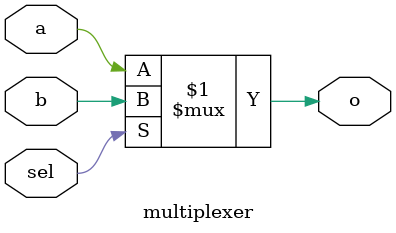
<source format=v>
`timescale 1ns / 1ps


module multiplexer(
        input wire a,
        input wire b,
        input wire sel,
        output wire o
    );
    
    assign o = (sel)? b: a ;
   
    
    
    
endmodule

</source>
